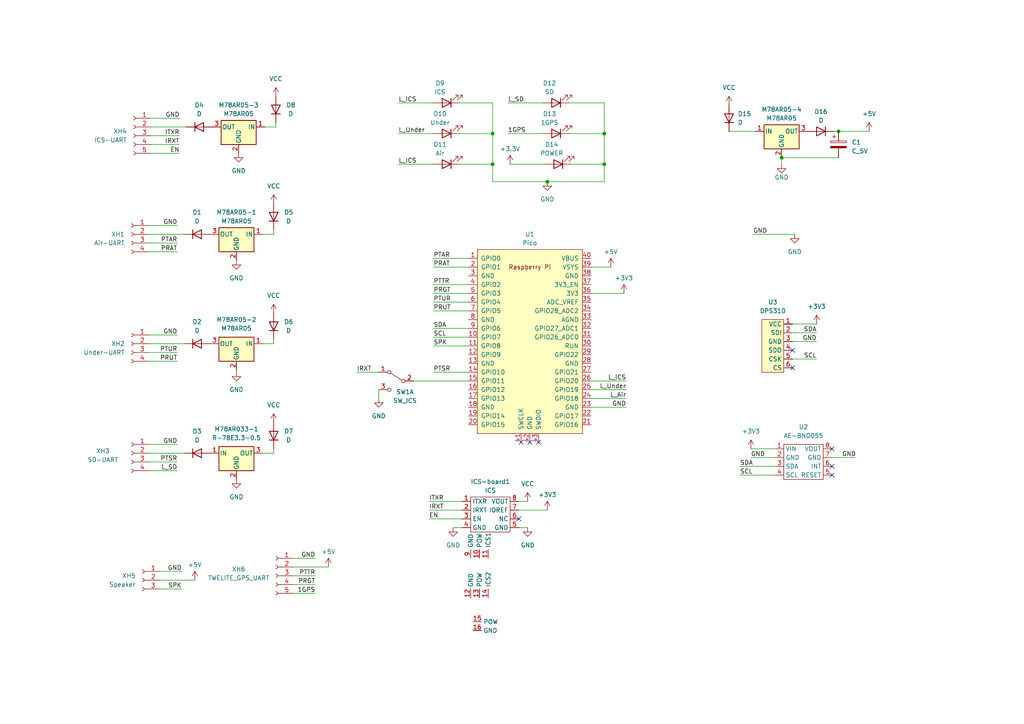
<source format=kicad_sch>
(kicad_sch (version 20230121) (generator eeschema)
  (paper "A4")
  (title_block (title "Main_1") (date "2023-11-03") (rev "1") (company "TORICA-24th") (comment 1 "メイン電装1層目（上層）"))
  (lib_symbols
    (symbol "AE-BNO055:AE-BNO055"
      (property "Reference" "U" (at 5.08 1.27 0))
      (property "Value" "AE-BNO055" (at 5.08 3.81 0))
      (symbol "AE-BNO055_0_1"
        (rectangle (start 0 0) (end 11.43 -10.16))
        (rectangle (start 11.43 -10.16) (end 11.43 -10.16))
      )
      (symbol "AE-BNO055_1_1"
        (pin input line (at -2.54 -1.27 0) (length 2.54) (name "VIN") (number "1"))
        (pin input line (at -2.54 -3.81 0) (length 2.54) (name "GND") (number "2"))
        (pin input line (at -2.54 -6.35 0) (length 2.54) (name "SDA") (number "3"))
        (pin input line (at -2.54 -8.89 0) (length 2.54) (name "SCL") (number "4"))
        (pin input line (at 13.97 -8.89 180) (length 2.54) (name "RESET") (number "5"))
        (pin input line (at 13.97 -6.35 180) (length 2.54) (name "INT") (number "6"))
        (pin input line (at 13.97 -3.81 180) (length 2.54) (name "GND") (number "7"))
        (pin input line (at 13.97 -1.27 180) (length 2.54) (name "VOUT") (number "8"))
      )
    )
    (symbol "Connector:Conn_01x03_Female" (pin_names (offset 1.016) hide)
      (property "Reference" "J" (at 0 5.08 0))
      (property "Value" "Conn_01x03_Female" (at 0 -5.08 0))
      (symbol "Conn_01x03_Female_1_1"
        (arc (start 0 -2.032) (mid -0.5058 -2.54) (end 0 -3.048) (stroke (width 0.1524)))
        (polyline (pts (xy -1.27 -2.54) (xy -0.508 -2.54)) (stroke (width 0.1524)))
        (polyline (pts (xy -1.27 0) (xy -0.508 0)) (stroke (width 0.1524)))
        (polyline (pts (xy -1.27 2.54) (xy -0.508 2.54)) (stroke (width 0.1524)))
        (arc (start 0 0.508) (mid -0.5058 0) (end 0 -0.508) (stroke (width 0.1524)))
        (arc (start 0 3.048) (mid -0.5058 2.54) (end 0 2.032) (stroke (width 0.1524)))
        (pin passive line (at -5.08 2.54 0) (length 3.81) (name "Pin_1") (number "1"))
        (pin passive line (at -5.08 0 0) (length 3.81) (name "Pin_2") (number "2"))
        (pin passive line (at -5.08 -2.54 0) (length 3.81) (name "Pin_3") (number "3"))
      )
    )
    (symbol "Connector:Conn_01x04_Female" (pin_names (offset 1.016) hide)
      (property "Reference" "J" (at 0 5.08 0))
      (property "Value" "Conn_01x04_Female" (at 0 -7.62 0))
      (symbol "Conn_01x04_Female_1_1"
        (arc (start 0 -4.572) (mid -0.5058 -5.08) (end 0 -5.588) (stroke (width 0.1524)))
        (arc (start 0 -2.032) (mid -0.5058 -2.54) (end 0 -3.048) (stroke (width 0.1524)))
        (polyline (pts (xy -1.27 -5.08) (xy -0.508 -5.08)) (stroke (width 0.1524)))
        (polyline (pts (xy -1.27 -2.54) (xy -0.508 -2.54)) (stroke (width 0.1524)))
        (polyline (pts (xy -1.27 0) (xy -0.508 0)) (stroke (width 0.1524)))
        (polyline (pts (xy -1.27 2.54) (xy -0.508 2.54)) (stroke (width 0.1524)))
        (arc (start 0 0.508) (mid -0.5058 0) (end 0 -0.508) (stroke (width 0.1524)))
        (arc (start 0 3.048) (mid -0.5058 2.54) (end 0 2.032) (stroke (width 0.1524)))
        (pin passive line (at -5.08 2.54 0) (length 3.81) (name "Pin_1") (number "1"))
        (pin passive line (at -5.08 0 0) (length 3.81) (name "Pin_2") (number "2"))
        (pin passive line (at -5.08 -2.54 0) (length 3.81) (name "Pin_3") (number "3"))
        (pin passive line (at -5.08 -5.08 0) (length 3.81) (name "Pin_4") (number "4"))
      )
    )
    (symbol "Connector:Conn_01x05_Female" (pin_names (offset 1.016) hide)
      (property "Reference" "J" (at 0 7.62 0))
      (property "Value" "Conn_01x05_Female" (at 0 -7.62 0))
      (symbol "Conn_01x05_Female_1_1"
        (arc (start 0 -4.572) (mid -0.5058 -5.08) (end 0 -5.588) (stroke (width 0.1524)))
        (arc (start 0 -2.032) (mid -0.5058 -2.54) (end 0 -3.048) (stroke (width 0.1524)))
        (polyline (pts (xy -1.27 -5.08) (xy -0.508 -5.08)) (stroke (width 0.1524)))
        (polyline (pts (xy -1.27 -2.54) (xy -0.508 -2.54)) (stroke (width 0.1524)))
        (polyline (pts (xy -1.27 0) (xy -0.508 0)) (stroke (width 0.1524)))
        (polyline (pts (xy -1.27 2.54) (xy -0.508 2.54)) (stroke (width 0.1524)))
        (polyline (pts (xy -1.27 5.08) (xy -0.508 5.08)) (stroke (width 0.1524)))
        (arc (start 0 0.508) (mid -0.5058 0) (end 0 -0.508) (stroke (width 0.1524)))
        (arc (start 0 3.048) (mid -0.5058 2.54) (end 0 2.032) (stroke (width 0.1524)))
        (arc (start 0 5.588) (mid -0.5058 5.08) (end 0 4.572) (stroke (width 0.1524)))
        (pin passive line (at -5.08 5.08 0) (length 3.81) (name "Pin_1") (number "1"))
        (pin passive line (at -5.08 2.54 0) (length 3.81) (name "Pin_2") (number "2"))
        (pin passive line (at -5.08 0 0) (length 3.81) (name "Pin_3") (number "3"))
        (pin passive line (at -5.08 -2.54 0) (length 3.81) (name "Pin_4") (number "4"))
        (pin passive line (at -5.08 -5.08 0) (length 3.81) (name "Pin_5") (number "5"))
      )
    )
    (symbol "DPS310:DPS310"
      (property "Reference" "U" (at -8.89 7.62 0))
      (property "Value" "DPS310" (at -8.89 10.16 0))
      (symbol "DPS310_0_1"
        (rectangle (start -15.24 6.35) (end -8.89 -8.89) (fill (type background)))
      )
      (symbol "DPS310_1_1"
        (pin bidirectional line (at -6.35 5.08 180) (length 2.54) (name "") (number ""))
        (pin bidirectional line (at -6.35 5.08 180) (length 2.54) (name "VCC") (number "1"))
        (pin bidirectional line (at -6.35 2.54 180) (length 2.54) (name "SDI") (number "2"))
        (pin bidirectional line (at -6.35 0 180) (length 2.54) (name "GND") (number "3"))
        (pin bidirectional line (at -6.35 -2.54 180) (length 2.54) (name "SDO") (number "4"))
        (pin bidirectional line (at -6.35 -5.08 180) (length 2.54) (name "CSK") (number "5"))
        (pin bidirectional line (at -6.35 -7.62 180) (length 2.54) (name "CS") (number "6"))
      )
    )
    (symbol "Device:C_Polarized" (pin_numbers hide) (pin_names (offset 0.254))
      (property "Reference" "C" (at 0.635 2.54 0))
      (property "Value" "C_Polarized" (at 0.635 -2.54 0))
      (symbol "C_Polarized_0_1"
        (rectangle (start -2.286 0.508) (end 2.286 1.016))
        (polyline (pts (xy -1.778 2.286) (xy -0.762 2.286)))
        (polyline (pts (xy -1.27 2.794) (xy -1.27 1.778)))
        (rectangle (start 2.286 -0.508) (end -2.286 -1.016) (fill (type outline)))
      )
      (symbol "C_Polarized_1_1"
        (pin passive line (at 0 3.81 270) (length 2.794) (name "~") (number "1"))
        (pin passive line (at 0 -3.81 90) (length 2.794) (name "~") (number "2"))
      )
    )
    (symbol "Device:D" (pin_numbers hide) (pin_names (offset 1.016) hide)
      (property "Reference" "D" (at 0 2.54 0))
      (property "Value" "D" (at 0 -2.54 0))
      (symbol "D_0_1"
        (polyline (pts (xy -1.27 1.27) (xy -1.27 -1.27)) (stroke (width 0.254)))
        (polyline (pts (xy 1.27 0) (xy -1.27 0)))
        (polyline (pts (xy 1.27 1.27) (xy 1.27 -1.27) (xy -1.27 0) (xy 1.27 1.27)) (stroke (width 0.254)))
      )
      (symbol "D_1_1"
        (pin passive line (at -3.81 0 0) (length 2.54) (name "K") (number "1"))
        (pin passive line (at 3.81 0 180) (length 2.54) (name "A") (number "2"))
      )
    )
    (symbol "Device:LED" (pin_numbers hide) (pin_names (offset 1.016) hide)
      (property "Reference" "D" (at 0 2.54 0))
      (property "Value" "LED" (at 0 -2.54 0))
      (symbol "LED_0_1"
        (polyline (pts (xy -1.27 -1.27) (xy -1.27 1.27)) (stroke (width 0.254)))
        (polyline (pts (xy -1.27 0) (xy 1.27 0)))
        (polyline (pts (xy 1.27 -1.27) (xy 1.27 1.27) (xy -1.27 0) (xy 1.27 -1.27)) (stroke (width 0.254)))
        (polyline (pts (xy -3.048 -0.762) (xy -4.572 -2.286) (xy -3.81 -2.286) (xy -4.572 -2.286) (xy -4.572 -1.524)))
        (polyline (pts (xy -1.778 -0.762) (xy -3.302 -2.286) (xy -2.54 -2.286) (xy -3.302 -2.286) (xy -3.302 -1.524)))
      )
      (symbol "LED_1_1"
        (pin passive line (at -3.81 0 0) (length 2.54) (name "K") (number "1"))
        (pin passive line (at 3.81 0 180) (length 2.54) (name "A") (number "2"))
      )
    )
    (symbol "ICS:ICS"
      (property "Reference" "U" (at 5.08 3.81 0))
      (property "Value" "ICS" (at 5.08 1.27 0))
      (symbol "ICS_0_1"
        (rectangle (start 0 0) (end 11.43 -10.16))
        (rectangle (start 22.86 -7.62) (end 22.86 -7.62))
      )
      (symbol "ICS_1_1"
        (pin input line (at -2.54 -1.27 0) (length 2.54) (name "ITXR") (number "1"))
        (pin input line (at 2.54 -17.78 90) (length 2.54) (name "POW") (number "10"))
        (pin input line (at 5.08 -17.78 90) (length 2.54) (name "ICS1") (number "11"))
        (pin input line (at 0 -29.21 90) (length 2.54) (name "GND") (number "12"))
        (pin input line (at 2.54 -29.21 90) (length 2.54) (name "POW") (number "13"))
        (pin input line (at 5.08 -29.21 90) (length 2.54) (name "ICS2") (number "14"))
        (pin input line (at 0.635 -36.195 0) (length 2.54) (name "POW") (number "15"))
        (pin input line (at 0.635 -38.735 0) (length 2.54) (name "GND") (number "16"))
        (pin input line (at -2.54 -3.81 0) (length 2.54) (name "IRXT") (number "2"))
        (pin input line (at -2.54 -6.35 0) (length 2.54) (name "EN") (number "3"))
        (pin input line (at -2.54 -8.89 0) (length 2.54) (name "GND") (number "4"))
        (pin input line (at 13.97 -8.89 180) (length 2.54) (name "GND") (number "5"))
        (pin input line (at 13.97 -6.35 180) (length 2.54) (name "NC") (number "6"))
        (pin input line (at 13.97 -3.81 180) (length 2.54) (name "IOREF") (number "7"))
        (pin input line (at 13.97 -1.27 180) (length 2.54) (name "VOUT") (number "8"))
        (pin input line (at 0 -17.78 90) (length 2.54) (name "GND") (number "9"))
      )
    )
    (symbol "RPi_Pico:Pico" (pin_names (offset 1.016))
      (property "Reference" "U" (at -13.97 27.94 0))
      (property "Value" "Pico" (at 0 19.05 0))
      (symbol "Pico_0_0"
        (text "Raspberry Pi" (at 0 21.59 0) (effects (font (size 1.27 1.27))))
      )
      (symbol "Pico_0_1"
        (rectangle (start -15.24 26.67) (end 15.24 -26.67) (fill (type background)))
      )
      (symbol "Pico_1_1"
        (pin bidirectional line (at -17.78 24.13 0) (length 2.54) (name "GPIO0") (number "1"))
        (pin bidirectional line (at -17.78 1.27 0) (length 2.54) (name "GPIO7") (number "10"))
        (pin bidirectional line (at -17.78 -1.27 0) (length 2.54) (name "GPIO8") (number "11"))
        (pin bidirectional line (at -17.78 -3.81 0) (length 2.54) (name "GPIO9") (number "12"))
        (pin power_in line (at -17.78 -6.35 0) (length 2.54) (name "GND") (number "13"))
        (pin bidirectional line (at -17.78 -8.89 0) (length 2.54) (name "GPIO10") (number "14"))
        (pin bidirectional line (at -17.78 -11.43 0) (length 2.54) (name "GPIO11") (number "15"))
        (pin bidirectional line (at -17.78 -13.97 0) (length 2.54) (name "GPIO12") (number "16"))
        (pin bidirectional line (at -17.78 -16.51 0) (length 2.54) (name "GPIO13") (number "17"))
        (pin power_in line (at -17.78 -19.05 0) (length 2.54) (name "GND") (number "18"))
        (pin bidirectional line (at -17.78 -21.59 0) (length 2.54) (name "GPIO14") (number "19"))
        (pin bidirectional line (at -17.78 21.59 0) (length 2.54) (name "GPIO1") (number "2"))
        (pin bidirectional line (at -17.78 -24.13 0) (length 2.54) (name "GPIO15") (number "20"))
        (pin bidirectional line (at 17.78 -24.13 180) (length 2.54) (name "GPIO16") (number "21"))
        (pin bidirectional line (at 17.78 -21.59 180) (length 2.54) (name "GPIO17") (number "22"))
        (pin power_in line (at 17.78 -19.05 180) (length 2.54) (name "GND") (number "23"))
        (pin bidirectional line (at 17.78 -16.51 180) (length 2.54) (name "GPIO18") (number "24"))
        (pin bidirectional line (at 17.78 -13.97 180) (length 2.54) (name "GPIO19") (number "25"))
        (pin bidirectional line (at 17.78 -11.43 180) (length 2.54) (name "GPIO20") (number "26"))
        (pin bidirectional line (at 17.78 -8.89 180) (length 2.54) (name "GPIO21") (number "27"))
        (pin power_in line (at 17.78 -6.35 180) (length 2.54) (name "GND") (number "28"))
        (pin bidirectional line (at 17.78 -3.81 180) (length 2.54) (name "GPIO22") (number "29"))
        (pin power_in line (at -17.78 19.05 0) (length 2.54) (name "GND") (number "3"))
        (pin input line (at 17.78 -1.27 180) (length 2.54) (name "RUN") (number "30"))
        (pin bidirectional line (at 17.78 1.27 180) (length 2.54) (name "GPIO26_ADC0") (number "31"))
        (pin bidirectional line (at 17.78 3.81 180) (length 2.54) (name "GPIO27_ADC1") (number "32"))
        (pin power_in line (at 17.78 6.35 180) (length 2.54) (name "AGND") (number "33"))
        (pin bidirectional line (at 17.78 8.89 180) (length 2.54) (name "GPIO28_ADC2") (number "34"))
        (pin unspecified line (at 17.78 11.43 180) (length 2.54) (name "ADC_VREF") (number "35"))
        (pin unspecified line (at 17.78 13.97 180) (length 2.54) (name "3V3") (number "36"))
        (pin input line (at 17.78 16.51 180) (length 2.54) (name "3V3_EN") (number "37"))
        (pin bidirectional line (at 17.78 19.05 180) (length 2.54) (name "GND") (number "38"))
        (pin unspecified line (at 17.78 21.59 180) (length 2.54) (name "VSYS") (number "39"))
        (pin bidirectional line (at -17.78 16.51 0) (length 2.54) (name "GPIO2") (number "4"))
        (pin unspecified line (at 17.78 24.13 180) (length 2.54) (name "VBUS") (number "40"))
        (pin input line (at -2.54 -29.21 90) (length 2.54) (name "SWCLK") (number "41"))
        (pin power_in line (at 0 -29.21 90) (length 2.54) (name "GND") (number "42"))
        (pin bidirectional line (at 2.54 -29.21 90) (length 2.54) (name "SWDIO") (number "43"))
        (pin bidirectional line (at -17.78 13.97 0) (length 2.54) (name "GPIO3") (number "5"))
        (pin bidirectional line (at -17.78 11.43 0) (length 2.54) (name "GPIO4") (number "6"))
        (pin bidirectional line (at -17.78 8.89 0) (length 2.54) (name "GPIO5") (number "7"))
        (pin power_in line (at -17.78 6.35 0) (length 2.54) (name "GND") (number "8"))
        (pin bidirectional line (at -17.78 3.81 0) (length 2.54) (name "GPIO6") (number "9"))
      )
    )
    (symbol "Regulator_Switching:R-78E3.3-0.5" (pin_names (offset 0.254))
      (property "Reference" "U" (at -3.81 3.175 0))
      (property "Value" "R-78E3.3-0.5" (at 0 3.175 0))
      (symbol "R-78E3.3-0.5_0_1"
        (rectangle (start -5.08 1.905) (end 5.08 -5.08) (stroke (width 0.254)) (fill (type background)))
      )
      (symbol "R-78E3.3-0.5_1_1"
        (pin power_in line (at -7.62 0 0) (length 2.54) (name "IN") (number "1"))
        (pin power_in line (at 0 -7.62 90) (length 2.54) (name "GND") (number "2"))
        (pin power_out line (at 7.62 0 180) (length 2.54) (name "OUT") (number "3"))
      )
    )
    (symbol "Regulator_Switching:R-78E5.0-0.5" (pin_names (offset 0.254))
      (property "Reference" "U" (at -3.81 3.175 0))
      (property "Value" "R-78E5.0-0.5" (at 0 3.175 0))
      (symbol "R-78E5.0-0.5_0_1"
        (rectangle (start -5.08 1.905) (end 5.08 -5.08) (stroke (width 0.254)) (fill (type background)))
      )
      (symbol "R-78E5.0-0.5_1_1"
        (pin power_in line (at -7.62 0 0) (length 2.54) (name "IN") (number "1"))
        (pin power_in line (at 0 -7.62 90) (length 2.54) (name "GND") (number "2"))
        (pin power_out line (at 7.62 0 180) (length 2.54) (name "OUT") (number "3"))
      )
    )
    (symbol "Switch:SW_DPDT_x2" (pin_names (offset 0) hide)
      (property "Reference" "SW" (at 0 4.318 0))
      (property "Value" "SW_DPDT_x2" (at 0 -5.08 0))
      (symbol "SW_DPDT_x2_0_0"
        (circle (center -2.032 0) (radius 0.508))
        (circle (center 2.032 -2.54) (radius 0.508))
      )
      (symbol "SW_DPDT_x2_0_1"
        (polyline (pts (xy -1.524 0.254) (xy 1.651 2.286)))
        (circle (center 2.032 2.54) (radius 0.508))
      )
      (symbol "SW_DPDT_x2_1_1"
        (pin passive line (at 5.08 2.54 180) (length 2.54) (name "A") (number "1"))
        (pin passive line (at -5.08 0 0) (length 2.54) (name "B") (number "2"))
        (pin passive line (at 5.08 -2.54 180) (length 2.54) (name "C") (number "3"))
      )
      (symbol "SW_DPDT_x2_2_1"
        (pin passive line (at 5.08 2.54 180) (length 2.54) (name "A") (number "4"))
        (pin passive line (at -5.08 0 0) (length 2.54) (name "B") (number "5"))
        (pin passive line (at 5.08 -2.54 180) (length 2.54) (name "C") (number "6"))
      )
    )
    (symbol "power:+3.3V" (power) (pin_names (offset 0))
      (property "Value" "+3.3V" (at 0 3.556 0))
      (symbol "+3.3V_0_1"
        (polyline (pts (xy -0.762 1.27) (xy 0 2.54)))
        (polyline (pts (xy 0 0) (xy 0 2.54)))
        (polyline (pts (xy 0 2.54) (xy 0.762 1.27)))
      )
      (symbol "+3.3V_1_1"
        (pin power_in line (at 0 0 90) (length 0) hide (name "+3.3V") (number "1"))
      )
    )
    (symbol "power:+3V3" (power) (pin_names (offset 0))
      (property "Value" "+3V3" (at 0 3.556 0))
      (symbol "+3V3_0_1"
        (polyline (pts (xy -0.762 1.27) (xy 0 2.54)))
        (polyline (pts (xy 0 0) (xy 0 2.54)))
        (polyline (pts (xy 0 2.54) (xy 0.762 1.27)))
      )
      (symbol "+3V3_1_1"
        (pin power_in line (at 0 0 90) (length 0) hide (name "+3V3") (number "1"))
      )
    )
    (symbol "power:+5V" (power) (pin_names (offset 0))
      (property "Value" "+5V" (at 0 3.556 0))
      (symbol "+5V_0_1"
        (polyline (pts (xy -0.762 1.27) (xy 0 2.54)))
        (polyline (pts (xy 0 0) (xy 0 2.54)))
        (polyline (pts (xy 0 2.54) (xy 0.762 1.27)))
      )
      (symbol "+5V_1_1"
        (pin power_in line (at 0 0 90) (length 0) hide (name "+5V") (number "1"))
      )
    )
    (symbol "power:GND" (power) (pin_names (offset 0))
      (property "Value" "GND" (at 0 -3.81 0))
      (symbol "GND_0_1"
        (polyline (pts (xy 0 0) (xy 0 -1.27) (xy 1.27 -1.27) (xy 0 -2.54) (xy -1.27 -1.27) (xy 0 -1.27)))
      )
      (symbol "GND_1_1"
        (pin power_in line (at 0 0 270) (length 0) hide (name "GND") (number "1"))
      )
    )
    (symbol "power:VCC" (power) (pin_names (offset 0))
      (property "Value" "VCC" (at 0 3.81 0))
      (symbol "VCC_0_1"
        (polyline (pts (xy -0.762 1.27) (xy 0 2.54)))
        (polyline (pts (xy 0 0) (xy 0 2.54)))
        (polyline (pts (xy 0 2.54) (xy 0.762 1.27)))
      )
      (symbol "VCC_1_1"
        (pin power_in line (at 0 0 90) (length 0) hide (name "VCC") (number "1"))
      )
    )
  )
  (junction (at 142.875 38.735))
  (junction (at 175.26 47.625))
  (junction (at 226.695 45.72))
  (junction (at 142.875 47.625))
  (junction (at 175.26 38.735))
  (junction (at 158.75 52.705))
  (junction (at 243.205 38.1))
  (no_connect (at 153.67 128.27))
  (no_connect (at 241.3 137.795))
  (no_connect (at 150.495 150.495))
  (no_connect (at 156.21 128.27))
  (no_connect (at 229.87 101.6))
  (no_connect (at 241.3 135.255))
  (no_connect (at 241.3 130.175))
  (no_connect (at 229.87 106.68))
  (no_connect (at 151.13 128.27))
  (wire (pts (xy 125.73 95.25) (xy 135.89 95.25)))
  (wire (pts (xy 52.705 170.815) (xy 46.355 170.815)))
  (wire (pts (xy 56.515 168.275) (xy 46.355 168.275)))
  (wire (pts (xy 147.955 47.625) (xy 158.115 47.625)))
  (wire (pts (xy 181.61 110.49) (xy 171.45 110.49)))
  (wire (pts (xy 125.73 107.95) (xy 135.89 107.95)))
  (wire (pts (xy 229.87 93.98) (xy 236.855 93.98)))
  (wire (pts (xy 171.45 118.11) (xy 181.61 118.11)))
  (wire (pts (xy 76.835 36.83) (xy 80.01 36.83)))
  (wire (pts (xy 51.435 102.235) (xy 43.18 102.235)))
  (wire (pts (xy 181.61 115.57) (xy 171.45 115.57)))
  (wire (pts (xy 109.855 115.57) (xy 109.855 113.03)))
  (wire (pts (xy 51.435 97.155) (xy 43.18 97.155)))
  (wire (pts (xy 125.73 74.93) (xy 135.89 74.93)))
  (wire (pts (xy 115.57 38.735) (xy 125.73 38.735)))
  (wire (pts (xy 171.45 77.47) (xy 177.165 77.47)))
  (wire (pts (xy 142.875 38.735) (xy 142.875 47.625)))
  (wire (pts (xy 229.87 104.14) (xy 236.855 104.14)))
  (wire (pts (xy 125.73 100.33) (xy 135.89 100.33)))
  (wire (pts (xy 125.73 90.17) (xy 135.89 90.17)))
  (wire (pts (xy 147.32 38.735) (xy 157.48 38.735)))
  (wire (pts (xy 52.07 39.37) (xy 43.815 39.37)))
  (wire (pts (xy 76.2 99.695) (xy 79.375 99.695)))
  (wire (pts (xy 79.375 98.425) (xy 79.375 99.695)))
  (wire (pts (xy 124.46 145.415) (xy 133.985 145.415)))
  (wire (pts (xy 165.735 47.625) (xy 175.26 47.625)))
  (wire (pts (xy 150.495 147.955) (xy 158.75 147.955)))
  (wire (pts (xy 226.695 45.72) (xy 243.205 45.72)))
  (wire (pts (xy 76.2 131.445) (xy 79.375 131.445)))
  (wire (pts (xy 243.205 38.1) (xy 252.095 38.1)))
  (wire (pts (xy 241.935 38.1) (xy 243.205 38.1)))
  (wire (pts (xy 214.63 135.255) (xy 224.79 135.255)))
  (wire (pts (xy 214.63 137.795) (xy 224.79 137.795)))
  (wire (pts (xy 51.435 65.405) (xy 43.18 65.405)))
  (wire (pts (xy 125.73 82.55) (xy 135.89 82.55)))
  (wire (pts (xy 68.58 107.315) (xy 68.58 107.95)))
  (wire (pts (xy 150.495 145.415) (xy 153.035 145.415)))
  (wire (pts (xy 229.87 99.06) (xy 236.855 99.06)))
  (wire (pts (xy 53.34 131.445) (xy 43.18 131.445)))
  (wire (pts (xy 95.25 164.465) (xy 85.09 164.465)))
  (wire (pts (xy 91.44 172.085) (xy 85.09 172.085)))
  (wire (pts (xy 53.975 36.83) (xy 43.815 36.83)))
  (wire (pts (xy 51.435 133.985) (xy 43.18 133.985)))
  (wire (pts (xy 124.46 150.495) (xy 133.985 150.495)))
  (wire (pts (xy 79.375 66.675) (xy 79.375 67.945)))
  (wire (pts (xy 229.87 96.52) (xy 236.855 96.52)))
  (wire (pts (xy 241.3 132.715) (xy 248.285 132.715)))
  (wire (pts (xy 51.435 104.775) (xy 43.18 104.775)))
  (wire (pts (xy 158.75 52.705) (xy 175.26 52.705)))
  (wire (pts (xy 147.32 29.845) (xy 157.48 29.845)))
  (wire (pts (xy 52.705 165.735) (xy 46.355 165.735)))
  (wire (pts (xy 142.875 47.625) (xy 142.875 52.705)))
  (wire (pts (xy 103.505 107.95) (xy 109.855 107.95)))
  (wire (pts (xy 53.34 99.695) (xy 43.18 99.695)))
  (wire (pts (xy 80.01 35.56) (xy 80.01 36.83)))
  (wire (pts (xy 124.46 147.955) (xy 133.985 147.955)))
  (wire (pts (xy 171.45 85.09) (xy 180.975 85.09)))
  (wire (pts (xy 52.07 44.45) (xy 43.815 44.45)))
  (wire (pts (xy 133.35 29.845) (xy 142.875 29.845)))
  (wire (pts (xy 175.26 29.845) (xy 165.1 29.845)))
  (wire (pts (xy 142.875 29.845) (xy 142.875 38.735)))
  (wire (pts (xy 91.44 161.925) (xy 85.09 161.925)))
  (wire (pts (xy 115.57 47.625) (xy 125.73 47.625)))
  (wire (pts (xy 120.015 110.49) (xy 135.89 110.49)))
  (wire (pts (xy 218.44 67.945) (xy 230.505 67.945)))
  (wire (pts (xy 175.26 47.625) (xy 175.26 38.735)))
  (wire (pts (xy 150.495 153.035) (xy 153.035 153.035)))
  (wire (pts (xy 125.73 77.47) (xy 135.89 77.47)))
  (wire (pts (xy 125.73 85.09) (xy 135.89 85.09)))
  (wire (pts (xy 51.435 70.485) (xy 43.18 70.485)))
  (wire (pts (xy 224.79 130.175) (xy 217.805 130.175)))
  (wire (pts (xy 53.34 67.945) (xy 43.18 67.945)))
  (wire (pts (xy 91.44 169.545) (xy 85.09 169.545)))
  (wire (pts (xy 133.35 47.625) (xy 142.875 47.625)))
  (wire (pts (xy 175.26 52.705) (xy 175.26 47.625)))
  (wire (pts (xy 115.57 29.845) (xy 125.73 29.845)))
  (wire (pts (xy 165.1 38.735) (xy 175.26 38.735)))
  (wire (pts (xy 224.79 132.715) (xy 217.805 132.715)))
  (wire (pts (xy 51.435 128.905) (xy 43.18 128.905)))
  (wire (pts (xy 76.2 67.945) (xy 79.375 67.945)))
  (wire (pts (xy 91.44 167.005) (xy 85.09 167.005)))
  (wire (pts (xy 79.375 130.175) (xy 79.375 131.445)))
  (wire (pts (xy 142.875 52.705) (xy 158.75 52.705)))
  (wire (pts (xy 175.26 38.735) (xy 175.26 29.845)))
  (wire (pts (xy 181.61 113.03) (xy 171.45 113.03)))
  (wire (pts (xy 125.73 87.63) (xy 135.89 87.63)))
  (wire (pts (xy 125.73 97.79) (xy 135.89 97.79)))
  (wire (pts (xy 133.35 38.735) (xy 142.875 38.735)))
  (wire (pts (xy 51.435 73.025) (xy 43.18 73.025)))
  (wire (pts (xy 131.445 153.035) (xy 133.985 153.035)))
  (wire (pts (xy 51.435 136.525) (xy 43.18 136.525)))
  (wire (pts (xy 226.695 47.625) (xy 226.695 45.72)))
  (wire (pts (xy 211.455 38.1) (xy 219.075 38.1)))
  (wire (pts (xy 52.07 41.91) (xy 43.815 41.91)))
  (wire (pts (xy 52.07 34.29) (xy 43.815 34.29)))
  (label "L_Air" (at 181.61 115.57 180))
  (label "ITXR" (at 124.46 145.415 0))
  (label "SDA" (at 125.73 95.25 0))
  (label "SPK" (at 52.705 170.815 180))
  (label "L_ICS" (at 181.61 110.49 180))
  (label "L_SD" (at 51.435 136.525 180))
  (label "L_SD" (at 147.32 29.845 0))
  (label "SDA" (at 214.63 135.255 0))
  (label "PRAT" (at 125.73 77.47 0))
  (label "PTSR" (at 51.435 133.985 180))
  (label "PTAR" (at 51.435 70.485 180))
  (label "GND" (at 91.44 161.925 180))
  (label "L_ICS" (at 115.57 47.625 0))
  (label "EN" (at 52.07 44.45 180))
  (label "ITXR" (at 52.07 39.37 180))
  (label "GND" (at 51.435 97.155 180))
  (label "PTAR" (at 125.73 74.93 0))
  (label "L_Under" (at 181.61 113.03 180))
  (label "L_Under" (at 115.57 38.735 0))
  (label "IRXT" (at 103.505 107.95 0))
  (label "PRGT" (at 125.73 85.09 0))
  (label "PTTR" (at 91.44 167.005 180))
  (label "EN" (at 124.46 150.495 0))
  (label "GND" (at 218.44 67.945 0))
  (label "IRXT" (at 52.07 41.91 180))
  (label "PTSR" (at 125.73 107.95 0))
  (label "GND" (at 51.435 128.905 180))
  (label "GND" (at 52.705 165.735 180))
  (label "PRAT" (at 51.435 73.025 180))
  (label "PTTR" (at 125.73 82.55 0))
  (label "PTUR" (at 125.73 87.63 0))
  (label "PTUR" (at 51.435 102.235 180))
  (label "1GPS" (at 91.44 172.085 180))
  (label "GND" (at 51.435 65.405 180))
  (label "SCL" (at 236.855 104.14 180))
  (label "PRUT" (at 51.435 104.775 180))
  (label "IRXT" (at 124.46 147.955 0))
  (label "GND" (at 236.855 99.06 180))
  (label "SDA" (at 236.855 96.52 180))
  (label "GND" (at 52.07 34.29 180))
  (label "1GPS" (at 147.32 38.735 0))
  (label "GND" (at 248.285 132.715 180))
  (label "GND" (at 217.805 132.715 0))
  (label "SCL" (at 214.63 137.795 0))
  (label "PRUT" (at 125.73 90.17 0))
  (label "SCL" (at 125.73 97.79 0))
  (label "SPK" (at 125.73 100.33 0))
  (label "L_ICS" (at 115.57 29.845 0))
  (label "PRGT" (at 91.44 169.545 180))
  (label "GND" (at 181.61 118.11 180))
  (symbol (lib_id "Device:LED") (at 129.54 29.845 180) (unit 1)
    (property "Reference" "D9" (at 127.635 24.13 0))
    (property "Value" "ICS" (at 127.635 26.67 0))
    (property "Footprint" "LED_THT:LED_D5.0mm" (effects hide))
  )
  (symbol (lib_id "Device:D") (at 57.15 131.445 0) (mirror x) (unit 1)
    (property "Reference" "D3" (at 57.15 125.095 0))
    (property "Value" "D" (at 57.15 127.635 0))
    (property "Footprint" "Diode_THT:D_A-405_P10.16mm_Horizontal" (effects hide))
    (property "Sim.Device" "D" (effects hide))
    (property "Sim.Pins" "1=K 2=A" (effects hide))
  )
  (symbol (lib_id "power:VCC") (at 79.375 59.055 0) (mirror y) (unit 1)
    (property "Reference" "#PWR06" (effects hide))
    (property "Value" "VCC" (at 79.375 53.975 0))
  )
  (symbol (lib_id "power:+3V3") (at 217.805 130.175 0) (mirror y) (unit 1)
    (property "Reference" "#PWR021" (effects hide))
    (property "Value" "+3V3" (at 217.805 125.095 0))
  )
  (symbol (lib_id "ICS:ICS") (at 136.525 144.145 0) (unit 1)
    (property "Reference" "ICS-board1" (at 142.24 139.7 0))
    (property "Value" "ICS" (at 142.24 142.24 0))
    (property "Footprint" "ICS:ICS" (effects hide))
  )
  (symbol (lib_id "Device:D") (at 79.375 126.365 270) (mirror x) (unit 1)
    (property "Reference" "D7" (at 85.09 125.095 90) (effects (justify right)))
    (property "Value" "D" (at 84.455 127.635 90) (effects (justify right)))
    (property "Footprint" "Diode_THT:D_A-405_P10.16mm_Horizontal" (effects hide))
    (property "Sim.Device" "D" (effects hide))
    (property "Sim.Pins" "1=K 2=A" (effects hide))
  )
  (symbol (lib_id "power:VCC") (at 79.375 122.555 0) (mirror y) (unit 1)
    (property "Reference" "#PWR08" (effects hide))
    (property "Value" "VCC" (at 79.375 117.475 0))
  )
  (symbol (lib_id "Connector:Conn_01x04_Female") (at 38.1 131.445 0) (mirror y) (unit 1)
    (property "Reference" "XH3" (at 29.845 130.81 0))
    (property "Value" "SD-UART" (at 29.845 133.35 0))
    (property "Footprint" "Connector_JST:JST_XH_S4B-XH-A_1x04_P2.50mm_Horizontal" (effects hide))
  )
  (symbol (lib_id "Connector:Conn_01x03_Female") (at 41.275 168.275 0) (mirror y) (unit 1)
    (property "Reference" "XH5" (at 39.37 167.005 0) (effects (justify left)))
    (property "Value" "Speaker" (at 39.37 169.545 0) (effects (justify left)))
    (property "Footprint" "Connector_JST:JST_XH_S3B-XH-A_1x03_P2.50mm_Horizontal" (effects hide))
  )
  (symbol (lib_id "Device:D") (at 57.15 67.945 0) (mirror x) (unit 1)
    (property "Reference" "D1" (at 57.15 61.595 0))
    (property "Value" "D" (at 57.15 64.135 0))
    (property "Footprint" "Diode_THT:D_A-405_P10.16mm_Horizontal" (effects hide))
    (property "Sim.Device" "D" (effects hide))
    (property "Sim.Pins" "1=K 2=A" (effects hide))
  )
  (symbol (lib_id "Regulator_Switching:R-78E3.3-0.5") (at 68.58 131.445 0) (unit 1)
    (property "Reference" "M78AR033-1" (at 68.58 124.46 0))
    (property "Value" "R-78E3.3-0.5" (at 68.58 127 0))
    (property "Footprint" "Converter_DCDC:Converter_DCDC_RECOM_R-78E-0.5_THT" (effects hide))
    (property "Datasheet" "https://www.recom-power.com/pdf/Innoline/R-78Exx-0.5.pdf" (effects hide))
  )
  (symbol (lib_id "DPS310:DPS310") (at 236.22 99.06 0) (unit 1)
    (property "Reference" "U3" (at 224.155 87.63 0))
    (property "Value" "DPS310" (at 224.155 90.17 0))
    (property "Footprint" "DPS310:DPS310" (effects hide))
  )
  (symbol (lib_id "power:VCC") (at 80.01 27.94 0) (mirror y) (unit 1)
    (property "Reference" "#PWR09" (effects hide))
    (property "Value" "VCC" (at 80.01 22.86 0))
  )
  (symbol (lib_id "Connector:Conn_01x04_Female") (at 38.1 67.945 0) (mirror y) (unit 1)
    (property "Reference" "XH1" (at 36.195 67.945 0) (effects (justify left)))
    (property "Value" "Air-UART" (at 36.195 70.485 0) (effects (justify left)))
    (property "Footprint" "Connector_JST:JST_XH_S4B-XH-A_1x04_P2.50mm_Horizontal" (effects hide))
  )
  (symbol (lib_id "Device:D") (at 79.375 94.615 270) (mirror x) (unit 1)
    (property "Reference" "D6" (at 85.09 93.345 90) (effects (justify right)))
    (property "Value" "D" (at 84.455 95.885 90) (effects (justify right)))
    (property "Footprint" "Diode_THT:D_A-405_P10.16mm_Horizontal" (effects hide))
    (property "Sim.Device" "D" (effects hide))
    (property "Sim.Pins" "1=K 2=A" (effects hide))
  )
  (symbol (lib_id "Device:D") (at 211.455 34.29 90) (unit 1)
    (property "Reference" "D15" (at 213.995 33.02 90) (effects (justify right)))
    (property "Value" "D" (at 213.995 35.56 90) (effects (justify right)))
    (property "Footprint" "Diode_THT:D_A-405_P10.16mm_Horizontal" (effects hide))
    (property "Sim.Device" "D" (effects hide))
    (property "Sim.Pins" "1=K 2=A" (effects hide))
  )
  (symbol (lib_id "power:+5V") (at 56.515 168.275 0) (mirror y) (unit 1)
    (property "Reference" "#PWR01" (effects hide))
    (property "Value" "+5V" (at 56.515 163.83 0))
  )
  (symbol (lib_id "Regulator_Switching:R-78E5.0-0.5") (at 69.215 36.83 0) (mirror y) (unit 1)
    (property "Reference" "M78AR05-3" (at 69.215 30.48 0))
    (property "Value" "M78AR05" (at 69.215 33.02 0))
    (property "Footprint" "Converter_DCDC:Converter_DCDC_RECOM_R-78E-0.5_THT" (effects hide))
    (property "Datasheet" "https://www.recom-power.com/pdf/Innoline/R-78Exx-0.5.pdf" (effects hide))
  )
  (symbol (lib_id "Regulator_Switching:R-78E5.0-0.5") (at 68.58 99.695 0) (mirror y) (unit 1)
    (property "Reference" "M78AR05-2" (at 68.58 92.71 0))
    (property "Value" "M78AR05" (at 68.58 95.25 0))
    (property "Footprint" "Converter_DCDC:Converter_DCDC_RECOM_R-78E-0.5_THT" (effects hide))
    (property "Datasheet" "https://www.recom-power.com/pdf/Innoline/R-78Exx-0.5.pdf" (effects hide))
  )
  (symbol (lib_id "power:+5V") (at 252.095 38.1 0) (unit 1)
    (property "Reference" "#PWR025" (effects hide))
    (property "Value" "+5V" (at 252.095 33.02 0))
  )
  (symbol (lib_id "Switch:SW_DPDT_x2") (at 114.935 110.49 0) (mirror y) (unit 1)
    (property "Reference" "SW1" (at 117.475 113.665 0))
    (property "Value" "SW_ICS" (at 117.475 116.205 0))
    (property "Footprint" "Connector_PinHeader_2.54mm:PinHeader_1x03_P2.54mm_Vertical" (effects hide))
  )
  (symbol (lib_id "power:GND") (at 109.855 115.57 0) (unit 1)
    (property "Reference" "#PWR011" (effects hide))
    (property "Value" "GND" (at 109.855 120.65 0))
  )
  (symbol (lib_id "power:GND") (at 226.695 47.625 0) (unit 1)
    (property "Reference" "#PWR022" (effects hide))
    (property "Value" "GND" (at 226.695 51.435 0))
  )
  (symbol (lib_id "Connector:Conn_01x05_Female") (at 38.735 39.37 0) (mirror y) (unit 1)
    (property "Reference" "XH4" (at 36.83 38.1 0) (effects (justify left)))
    (property "Value" "ICS-UART" (at 36.83 40.64 0) (effects (justify left)))
    (property "Footprint" "Connector_JST:JST_XH_S5B-XH-A_1x05_P2.50mm_Horizontal" (effects hide))
  )
  (symbol (lib_id "Connector:Conn_01x05_Female") (at 80.01 167.005 0) (mirror y) (unit 1)
    (property "Reference" "XH6" (at 69.215 165.1 0))
    (property "Value" "TWELITE_GPS_UART" (at 69.215 167.64 0))
    (property "Footprint" "Connector_JST:JST_XH_S5B-XH-A_1x05_P2.50mm_Horizontal" (effects hide))
  )
  (symbol (lib_id "Device:C_Polarized") (at 243.205 41.91 0) (unit 1)
    (property "Reference" "C1" (at 247.015 41.275 0) (effects (justify left)))
    (property "Value" "C_5V" (at 247.015 43.815 0) (effects (justify left)))
    (property "Footprint" "Capacitor_THT:CP_Radial_D5.0mm_P2.50mm" (effects hide))
  )
  (symbol (lib_id "Regulator_Switching:R-78E5.0-0.5") (at 226.695 38.1 0) (unit 1)
    (property "Reference" "M78AR05-4" (at 226.695 31.75 0))
    (property "Value" "M78AR05" (at 226.695 34.29 0))
    (property "Footprint" "Converter_DCDC:Converter_DCDC_RECOM_R-78E-0.5_THT" (effects hide))
    (property "Datasheet" "https://www.recom-power.com/pdf/Innoline/R-78Exx-0.5.pdf" (effects hide))
  )
  (symbol (lib_id "power:+3V3") (at 180.975 85.09 0) (unit 1)
    (property "Reference" "#PWR019" (effects hide))
    (property "Value" "+3V3" (at 180.975 80.645 0))
  )
  (symbol (lib_id "power:GND") (at 68.58 75.565 0) (mirror y) (unit 1)
    (property "Reference" "#PWR02" (effects hide))
    (property "Value" "GND" (at 68.58 80.645 0))
  )
  (symbol (lib_id "Device:LED") (at 129.54 47.625 180) (unit 1)
    (property "Reference" "D11" (at 127.635 41.91 0))
    (property "Value" "Air" (at 127.635 44.45 0))
    (property "Footprint" "LED_THT:LED_D5.0mm" (effects hide))
  )
  (symbol (lib_id "power:GND") (at 68.58 139.065 0) (mirror y) (unit 1)
    (property "Reference" "#PWR04" (effects hide))
    (property "Value" "GND" (at 68.58 144.145 0))
  )
  (symbol (lib_id "Device:LED") (at 161.29 29.845 180) (unit 1)
    (property "Reference" "D12" (at 159.385 24.13 0))
    (property "Value" "SD" (at 159.385 26.67 0))
    (property "Footprint" "LED_THT:LED_D5.0mm" (effects hide))
  )
  (symbol (lib_id "power:GND") (at 158.75 52.705 0) (unit 1)
    (property "Reference" "#PWR016" (effects hide))
    (property "Value" "GND" (at 158.75 57.785 0))
  )
  (symbol (lib_id "Device:D") (at 79.375 62.865 270) (mirror x) (unit 1)
    (property "Reference" "D5" (at 85.09 61.595 90) (effects (justify right)))
    (property "Value" "D" (at 84.455 64.135 90) (effects (justify right)))
    (property "Footprint" "Diode_THT:D_A-405_P10.16mm_Horizontal" (effects hide))
    (property "Sim.Device" "D" (effects hide))
    (property "Sim.Pins" "1=K 2=A" (effects hide))
  )
  (symbol (lib_id "power:GND") (at 131.445 153.035 0) (unit 1)
    (property "Reference" "#PWR012" (effects hide))
    (property "Value" "GND" (at 131.445 158.115 0))
  )
  (symbol (lib_id "power:VCC") (at 153.035 145.415 0) (unit 1)
    (property "Reference" "#PWR014" (effects hide))
    (property "Value" "VCC" (at 153.035 140.335 0))
  )
  (symbol (lib_id "Device:LED") (at 161.925 47.625 180) (unit 1)
    (property "Reference" "D14" (at 160.02 41.91 0))
    (property "Value" "POWER" (at 160.02 44.45 0))
    (property "Footprint" "LED_THT:LED_D5.0mm" (effects hide))
  )
  (symbol (lib_id "power:GND") (at 153.035 153.035 0) (unit 1)
    (property "Reference" "#PWR015" (effects hide))
    (property "Value" "GND" (at 153.035 158.115 0))
  )
  (symbol (lib_id "Device:LED") (at 129.54 38.735 180) (unit 1)
    (property "Reference" "D10" (at 127.635 33.02 0))
    (property "Value" "Under" (at 127.635 35.56 0))
    (property "Footprint" "LED_THT:LED_D5.0mm" (effects hide))
  )
  (symbol (lib_id "power:+5V") (at 177.165 77.47 0) (unit 1)
    (property "Reference" "#PWR018" (effects hide))
    (property "Value" "+5V" (at 177.165 73.025 0))
  )
  (symbol (lib_id "power:+3V3") (at 158.75 147.955 0) (unit 1)
    (property "Reference" "#PWR017" (effects hide))
    (property "Value" "+3V3" (at 158.75 143.51 0))
  )
  (symbol (lib_id "Device:D") (at 57.15 99.695 0) (mirror x) (unit 1)
    (property "Reference" "D2" (at 57.15 93.345 0))
    (property "Value" "D" (at 57.15 95.885 0))
    (property "Footprint" "Diode_THT:D_A-405_P10.16mm_Horizontal" (effects hide))
    (property "Sim.Device" "D" (effects hide))
    (property "Sim.Pins" "1=K 2=A" (effects hide))
  )
  (symbol (lib_id "Device:LED") (at 161.29 38.735 180) (unit 1)
    (property "Reference" "D13" (at 159.385 33.02 0))
    (property "Value" "1GPS" (at 159.385 35.56 0))
    (property "Footprint" "LED_THT:LED_D5.0mm" (effects hide))
  )
  (symbol (lib_id "power:GND") (at 230.505 67.945 0) (unit 1)
    (property "Reference" "#PWR023" (effects hide))
    (property "Value" "GND" (at 230.505 73.025 0))
  )
  (symbol (lib_id "power:VCC") (at 79.375 90.805 0) (mirror y) (unit 1)
    (property "Reference" "#PWR07" (effects hide))
    (property "Value" "VCC" (at 79.375 85.725 0))
  )
  (symbol (lib_id "Device:D") (at 57.785 36.83 0) (mirror x) (unit 1)
    (property "Reference" "D4" (at 57.785 30.48 0))
    (property "Value" "D" (at 57.785 33.02 0))
    (property "Footprint" "Diode_THT:D_A-405_P10.16mm_Horizontal" (effects hide))
    (property "Sim.Device" "D" (effects hide))
    (property "Sim.Pins" "1=K 2=A" (effects hide))
  )
  (symbol (lib_id "AE-BNO055:AE-BNO055") (at 227.33 128.905 0) (unit 1)
    (property "Reference" "U2" (at 233.045 123.825 0))
    (property "Value" "AE-BNO055" (at 233.045 126.365 0))
    (property "Footprint" "AE-BNO055:AE-BNO055" (effects hide))
  )
  (symbol (lib_id "power:+3V3") (at 236.855 93.98 0) (unit 1)
    (property "Reference" "#PWR024" (effects hide))
    (property "Value" "+3V3" (at 236.855 88.9 0))
  )
  (symbol (lib_id "power:+5V") (at 95.25 164.465 0) (mirror y) (unit 1)
    (property "Reference" "#PWR010" (effects hide))
    (property "Value" "+5V" (at 95.25 160.02 0))
  )
  (symbol (lib_id "power:GND") (at 68.58 107.95 0) (mirror y) (unit 1)
    (property "Reference" "#PWR03" (effects hide))
    (property "Value" "GND" (at 68.58 113.03 0))
  )
  (symbol (lib_id "Device:D") (at 80.01 31.75 270) (mirror x) (unit 1)
    (property "Reference" "D8" (at 85.725 30.48 90) (effects (justify right)))
    (property "Value" "D" (at 85.09 33.02 90) (effects (justify right)))
    (property "Footprint" "Diode_THT:D_A-405_P10.16mm_Horizontal" (effects hide))
    (property "Sim.Device" "D" (effects hide))
    (property "Sim.Pins" "1=K 2=A" (effects hide))
  )
  (symbol (lib_id "Connector:Conn_01x04_Female") (at 38.1 99.695 0) (mirror y) (unit 1)
    (property "Reference" "XH2" (at 36.195 99.695 0) (effects (justify left)))
    (property "Value" "Under-UART" (at 36.195 102.235 0) (effects (justify left)))
    (property "Footprint" "Connector_JST:JST_XH_S4B-XH-A_1x04_P2.50mm_Horizontal" (effects hide))
  )
  (symbol (lib_id "power:GND") (at 69.215 44.45 0) (mirror y) (unit 1)
    (property "Reference" "#PWR05" (effects hide))
    (property "Value" "GND" (at 69.215 49.53 0))
  )
  (symbol (lib_id "Regulator_Switching:R-78E5.0-0.5") (at 68.58 67.945 0) (mirror y) (unit 1)
    (property "Reference" "M78AR05-1" (at 68.58 61.595 0))
    (property "Value" "M78AR05" (at 68.58 64.135 0))
    (property "Footprint" "Converter_DCDC:Converter_DCDC_RECOM_R-78E-0.5_THT" (effects hide))
    (property "Datasheet" "https://www.recom-power.com/pdf/Innoline/R-78Exx-0.5.pdf" (effects hide))
  )
  (symbol (lib_id "power:VCC") (at 211.455 30.48 0) (unit 1)
    (property "Reference" "#PWR020" (effects hide))
    (property "Value" "VCC" (at 211.455 25.4 0))
  )
  (symbol (lib_id "Device:D") (at 238.125 38.1 180) (unit 1)
    (property "Reference" "D16" (at 238.125 32.385 0))
    (property "Value" "D" (at 238.125 34.925 0))
    (property "Footprint" "Diode_THT:D_A-405_P10.16mm_Horizontal" (effects hide))
    (property "Sim.Device" "D" (effects hide))
    (property "Sim.Pins" "1=K 2=A" (effects hide))
  )
  (symbol (lib_id "power:+3.3V") (at 147.955 47.625 0) (unit 1)
    (property "Reference" "#PWR013" (effects hide))
    (property "Value" "+3.3V" (at 147.955 43.18 0))
  )
  (symbol (lib_id "RPi_Pico:Pico") (at 153.67 99.06 0) (unit 1)
    (property "Reference" "U1" (at 153.67 67.945 0))
    (property "Value" "Pico" (at 153.67 70.485 0))
    (property "Footprint" "SamacSys_Parts:RPi_Pico_SMD_TH" (effects hide))
  )
)
</source>
